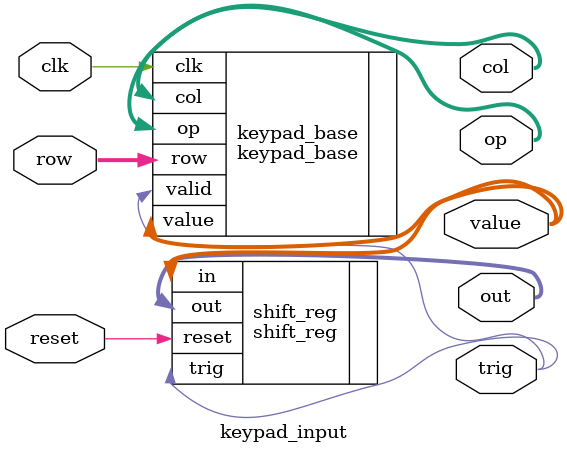
<source format=v>
module keypad_input #(parameter DIGITS = 4)
(
	input clk,
	input reset,
	input [3:0] row,
	output [3:0] col,
	output [(DIGITS*4)-1:0] out,
	output [3:0] value,
	output trig,
	output [2:0]op
);

	keypad_base keypad_base(
			.clk(clk),
			.row(row),
			.col(col),
			.value(value),
			.valid(trig),
			.op(op)
	);
	
	shift_reg #(.COUNT(DIGITS)) shift_reg(
		.trig(trig),
		.in(value),
		.out(out),
		.reset(reset)
	);
	
endmodule 
</source>
